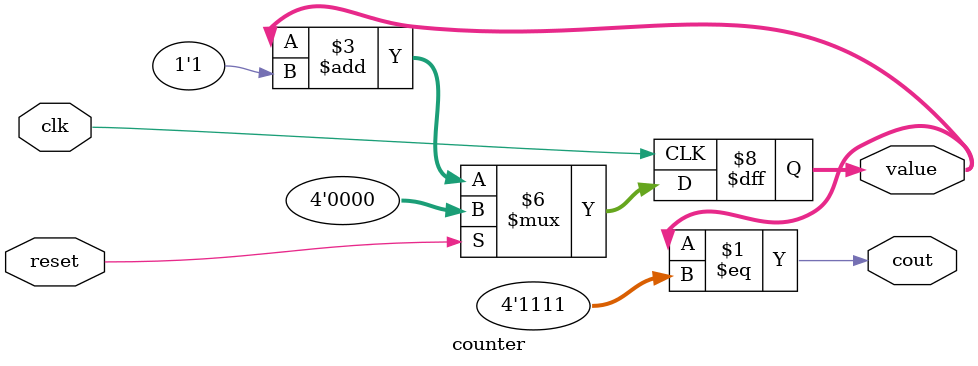
<source format=v>
`timescale 1ns / 1ns

module counter(value, cout, reset, clk);

parameter NBITS = 4;

output reg [NBITS-1:0] value = {NBITS{1'b0}};
output wire cout;
input wire reset, clk;

assign cout = value == {NBITS{1'b1}};

always @(posedge clk)
begin
    if (reset) value = {NBITS{1'b0}};
    else value <= value + 1'b1;
end

endmodule

</source>
